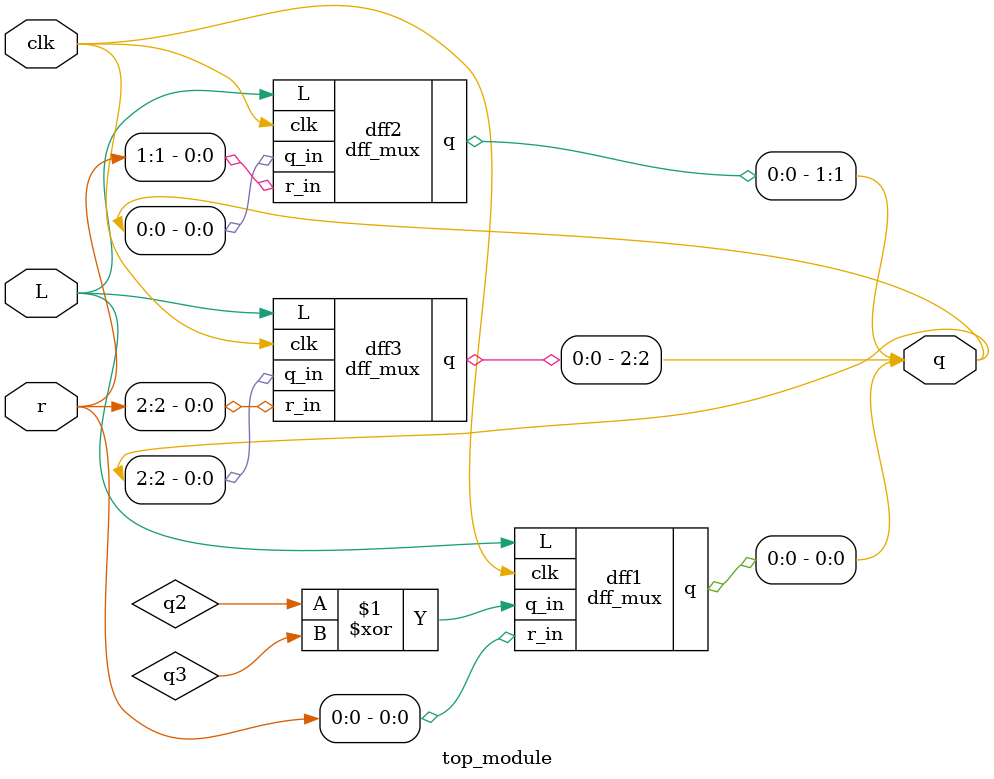
<source format=sv>
module dff_mux(
    input clk,
    input L,
    input r_in,
    input q_in,
    output reg q
);

    always @(posedge clk) begin
        if (L) begin
            q <= r_in;
        end else begin
            q <= q_in;
        end
    end

endmodule
module top_module (
    input [2:0] r,
    input L,
    input clk,
    output [2:0] q
);

    wire q1, q2, q3;

    // Instantiating the dff_mux submodules
    dff_mux dff1 (
        .clk(clk),
        .L(L),
        .r_in(r[0]),
        .q_in(q2 ^ q3),  // q[0]'s next state depends on q[2] XOR q[1]
        .q(q[0])
    );

    dff_mux dff2 (
        .clk(clk),
        .L(L),
        .r_in(r[1]),
        .q_in(q[0]),  // q[1]'s next state is q[0]'s current state
        .q(q[1])
    );

    dff_mux dff3 (
        .clk(clk),
        .L(L),
        .r_in(r[2]),
        .q_in(q[2]),  // q[2]'s next state is its own current state
        .q(q[2])
    );

endmodule

</source>
